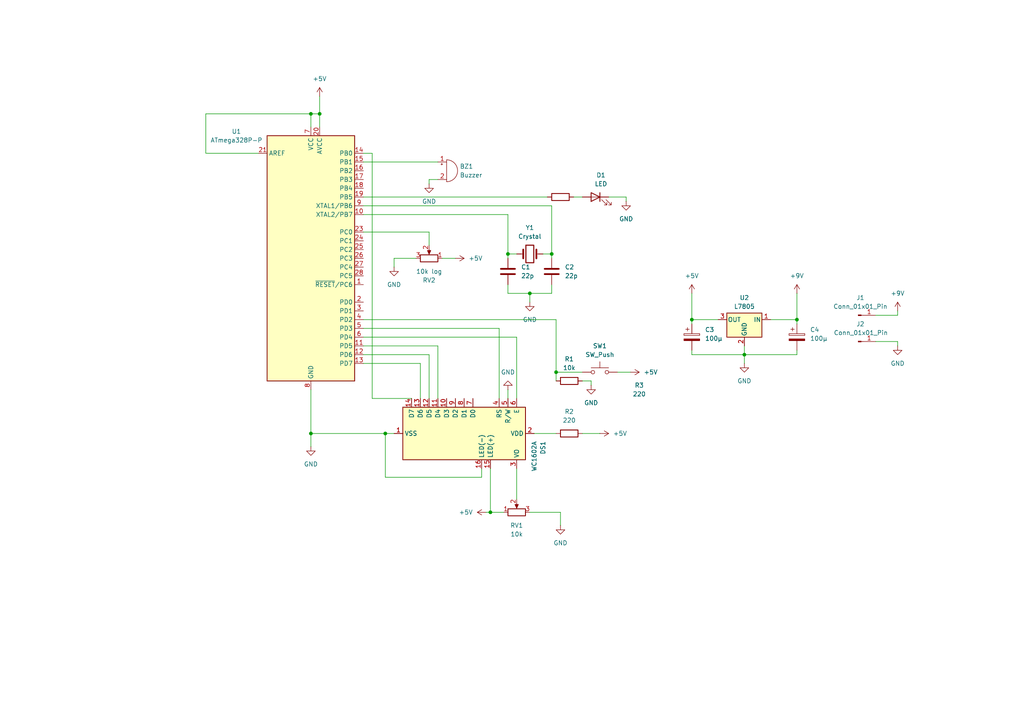
<source format=kicad_sch>
(kicad_sch (version 20250114) (generator "eeschema") (generator_version "9.0")
  (paper "A4")
  (lib_symbols
    (symbol "Connector:Conn_01x01_Pin" (pin_names (offset 1.016) (hide yes))
      (property "Reference" "J" (at 0 2.54 0))
      (property "Value" "Conn_01x01_Pin" (at 0 -2.54 0))
      (symbol "Conn_01x01_Pin_1_1"
        (rectangle (start 0.8636 0.127) (end 0 -0.127) (stroke (width 0.1524)) (fill (type outline)))
        (polyline (pts (xy 1.27 0) (xy 0.8636 0)) (stroke (width 0.1524)))
        (pin passive line (at 5.08 0 180) (length 3.81) (name "Pin_1") (number "1"))
      )
    )
    (symbol "Device:Buzzer" (pin_names (offset 0.0254) (hide yes))
      (property "Reference" "BZ" (at 3.81 1.27 0))
      (property "Value" "Buzzer" (at 3.81 -1.27 0))
      (symbol "Buzzer_0_1"
        (polyline (pts (xy -1.651 1.905) (xy -1.143 1.905)))
        (polyline (pts (xy -1.397 2.159) (xy -1.397 1.651)))
        (arc (start 0 3.175) (mid 3.1612 0) (end 0 -3.175))
        (polyline (pts (xy 0 3.175) (xy 0 -3.175)))
      )
      (symbol "Buzzer_1_1"
        (pin passive line (at -2.54 2.54 0) (length 2.54) (name "+") (number "1"))
        (pin passive line (at -2.54 -2.54 0) (length 2.54) (name "-") (number "2"))
      )
    )
    (symbol "Device:C" (pin_numbers (hide yes)) (pin_names (offset 0.254))
      (property "Reference" "C" (at 0.635 2.54 0))
      (property "Value" "C" (at 0.635 -2.54 0))
      (symbol "C_0_1"
        (polyline (pts (xy -2.032 0.762) (xy 2.032 0.762)) (stroke (width 0.508)))
        (polyline (pts (xy -2.032 -0.762) (xy 2.032 -0.762)) (stroke (width 0.508)))
      )
      (symbol "C_1_1"
        (pin passive line (at 0 3.81 270) (length 2.794) (name "~") (number "1"))
        (pin passive line (at 0 -3.81 90) (length 2.794) (name "~") (number "2"))
      )
    )
    (symbol "Device:C_Polarized" (pin_numbers (hide yes)) (pin_names (offset 0.254))
      (property "Reference" "C" (at 0.635 2.54 0))
      (property "Value" "C_Polarized" (at 0.635 -2.54 0))
      (symbol "C_Polarized_0_1"
        (rectangle (start -2.286 0.508) (end 2.286 1.016))
        (polyline (pts (xy -1.778 2.286) (xy -0.762 2.286)))
        (polyline (pts (xy -1.27 2.794) (xy -1.27 1.778)))
        (rectangle (start 2.286 -0.508) (end -2.286 -1.016) (fill (type outline)))
      )
      (symbol "C_Polarized_1_1"
        (pin passive line (at 0 3.81 270) (length 2.794) (name "~") (number "1"))
        (pin passive line (at 0 -3.81 90) (length 2.794) (name "~") (number "2"))
      )
    )
    (symbol "Device:Crystal" (pin_numbers (hide yes)) (pin_names (offset 1.016) (hide yes))
      (property "Reference" "Y" (at 0 3.81 0))
      (property "Value" "Crystal" (at 0 -3.81 0))
      (symbol "Crystal_0_1"
        (polyline (pts (xy -2.54 0) (xy -1.905 0)))
        (polyline (pts (xy -1.905 -1.27) (xy -1.905 1.27)) (stroke (width 0.508)))
        (rectangle (start -1.143 2.54) (end 1.143 -2.54) (stroke (width 0.3048)))
        (polyline (pts (xy 1.905 -1.27) (xy 1.905 1.27)) (stroke (width 0.508)))
        (polyline (pts (xy 2.54 0) (xy 1.905 0)))
      )
      (symbol "Crystal_1_1"
        (pin passive line (at -3.81 0 0) (length 1.27) (name "1") (number "1"))
        (pin passive line (at 3.81 0 180) (length 1.27) (name "2") (number "2"))
      )
    )
    (symbol "Device:LED" (pin_numbers (hide yes)) (pin_names (offset 1.016) (hide yes))
      (property "Reference" "D" (at 0 2.54 0))
      (property "Value" "LED" (at 0 -2.54 0))
      (symbol "LED_0_1"
        (polyline (pts (xy -3.048 -0.762) (xy -4.572 -2.286) (xy -3.81 -2.286) (xy -4.572 -2.286) (xy -4.572 -1.524)))
        (polyline (pts (xy -1.778 -0.762) (xy -3.302 -2.286) (xy -2.54 -2.286) (xy -3.302 -2.286) (xy -3.302 -1.524)))
        (polyline (pts (xy -1.27 0) (xy 1.27 0)))
        (polyline (pts (xy -1.27 -1.27) (xy -1.27 1.27)) (stroke (width 0.254)))
        (polyline (pts (xy 1.27 -1.27) (xy 1.27 1.27) (xy -1.27 0) (xy 1.27 -1.27)) (stroke (width 0.254)))
      )
      (symbol "LED_1_1"
        (pin passive line (at -3.81 0 0) (length 2.54) (name "K") (number "1"))
        (pin passive line (at 3.81 0 180) (length 2.54) (name "A") (number "2"))
      )
    )
    (symbol "Device:R" (pin_numbers (hide yes)) (pin_names (offset 0))
      (property "Reference" "R" (at 2.032 0 90))
      (property "Value" "R" (at 0 0 90))
      (symbol "R_0_1"
        (rectangle (start -1.016 -2.54) (end 1.016 2.54) (stroke (width 0.254)))
      )
      (symbol "R_1_1"
        (pin passive line (at 0 3.81 270) (length 1.27) (name "~") (number "1"))
        (pin passive line (at 0 -3.81 90) (length 1.27) (name "~") (number "2"))
      )
    )
    (symbol "Device:R_Potentiometer" (pin_names (offset 1.016) (hide yes))
      (property "Reference" "RV" (at -4.445 0 90))
      (property "Value" "R_Potentiometer" (at -2.54 0 90))
      (symbol "R_Potentiometer_0_1"
        (rectangle (start 1.016 2.54) (end -1.016 -2.54) (stroke (width 0.254)))
        (polyline (pts (xy 1.143 0) (xy 2.286 0.508) (xy 2.286 -0.508) (xy 1.143 0)) (fill (type outline)))
        (polyline (pts (xy 2.54 0) (xy 1.524 0)))
      )
      (symbol "R_Potentiometer_1_1"
        (pin passive line (at 0 3.81 270) (length 1.27) (name "1") (number "1"))
        (pin passive line (at 0 -3.81 90) (length 1.27) (name "3") (number "3"))
        (pin passive line (at 3.81 0 180) (length 1.27) (name "2") (number "2"))
      )
    )
    (symbol "Display_Character:WC1602A"
      (property "Reference" "DS" (at -5.842 19.05 0))
      (property "Value" "WC1602A" (at 5.334 19.05 0))
      (symbol "WC1602A_1_1"
        (rectangle (start -7.62 17.78) (end 7.62 -17.78) (stroke (width 0.254)) (fill (type background)))
        (pin input line (at -10.16 15.24 0) (length 2.54) (name "E") (number "6"))
        (pin input line (at -10.16 12.7 0) (length 2.54) (name "R/W") (number "5"))
        (pin input line (at -10.16 10.16 0) (length 2.54) (name "RS") (number "4"))
        (pin input line (at -10.16 2.54 0) (length 2.54) (name "D0") (number "7"))
        (pin input line (at -10.16 0 0) (length 2.54) (name "D1") (number "8"))
        (pin input line (at -10.16 -2.54 0) (length 2.54) (name "D2") (number "9"))
        (pin input line (at -10.16 -5.08 0) (length 2.54) (name "D3") (number "10"))
        (pin input line (at -10.16 -7.62 0) (length 2.54) (name "D4") (number "11"))
        (pin input line (at -10.16 -10.16 0) (length 2.54) (name "D5") (number "12"))
        (pin input line (at -10.16 -12.7 0) (length 2.54) (name "D6") (number "13"))
        (pin input line (at -10.16 -15.24 0) (length 2.54) (name "D7") (number "14"))
        (pin power_in line (at 0 20.32 270) (length 2.54) (name "VDD") (number "2"))
        (pin power_in line (at 0 -20.32 90) (length 2.54) (name "VSS") (number "1"))
        (pin input line (at 10.16 15.24 180) (length 2.54) (name "VO") (number "3"))
        (pin power_in line (at 10.16 7.62 180) (length 2.54) (name "LED(+)") (number "15"))
        (pin power_in line (at 10.16 5.08 180) (length 2.54) (name "LED(-)") (number "16"))
      )
    )
    (symbol "MCU_Microchip_ATmega:ATmega328P-P"
      (property "Reference" "U" (at -12.7 36.83 0))
      (property "Value" "ATmega328P-P" (at 2.54 -36.83 0))
      (symbol "ATmega328P-P_0_1"
        (rectangle (start -12.7 -35.56) (end 12.7 35.56) (stroke (width 0.254)) (fill (type background)))
      )
      (symbol "ATmega328P-P_1_1"
        (pin passive line (at -15.24 30.48 0) (length 2.54) (name "AREF") (number "21"))
        (pin power_in line (at 0 38.1 270) (length 2.54) (name "VCC") (number "7"))
        (pin passive line (at 0 -38.1 90) (length 2.54) (hide yes) (name "GND") (number "22"))
        (pin power_in line (at 0 -38.1 90) (length 2.54) (name "GND") (number "8"))
        (pin power_in line (at 2.54 38.1 270) (length 2.54) (name "AVCC") (number "20"))
        (pin bidirectional line (at 15.24 30.48 180) (length 2.54) (name "PB0") (number "14"))
        (pin bidirectional line (at 15.24 27.94 180) (length 2.54) (name "PB1") (number "15"))
        (pin bidirectional line (at 15.24 25.4 180) (length 2.54) (name "PB2") (number "16"))
        (pin bidirectional line (at 15.24 22.86 180) (length 2.54) (name "PB3") (number "17"))
        (pin bidirectional line (at 15.24 20.32 180) (length 2.54) (name "PB4") (number "18"))
        (pin bidirectional line (at 15.24 17.78 180) (length 2.54) (name "PB5") (number "19"))
        (pin bidirectional line (at 15.24 15.24 180) (length 2.54) (name "XTAL1/PB6") (number "9"))
        (pin bidirectional line (at 15.24 12.7 180) (length 2.54) (name "XTAL2/PB7") (number "10"))
        (pin bidirectional line (at 15.24 7.62 180) (length 2.54) (name "PC0") (number "23"))
        (pin bidirectional line (at 15.24 5.08 180) (length 2.54) (name "PC1") (number "24"))
        (pin bidirectional line (at 15.24 2.54 180) (length 2.54) (name "PC2") (number "25"))
        (pin bidirectional line (at 15.24 0 180) (length 2.54) (name "PC3") (number "26"))
        (pin bidirectional line (at 15.24 -2.54 180) (length 2.54) (name "PC4") (number "27"))
        (pin bidirectional line (at 15.24 -5.08 180) (length 2.54) (name "PC5") (number "28"))
        (pin bidirectional line (at 15.24 -7.62 180) (length 2.54) (name "~{RESET}/PC6") (number "1"))
        (pin bidirectional line (at 15.24 -12.7 180) (length 2.54) (name "PD0") (number "2"))
        (pin bidirectional line (at 15.24 -15.24 180) (length 2.54) (name "PD1") (number "3"))
        (pin bidirectional line (at 15.24 -17.78 180) (length 2.54) (name "PD2") (number "4"))
        (pin bidirectional line (at 15.24 -20.32 180) (length 2.54) (name "PD3") (number "5"))
        (pin bidirectional line (at 15.24 -22.86 180) (length 2.54) (name "PD4") (number "6"))
        (pin bidirectional line (at 15.24 -25.4 180) (length 2.54) (name "PD5") (number "11"))
        (pin bidirectional line (at 15.24 -27.94 180) (length 2.54) (name "PD6") (number "12"))
        (pin bidirectional line (at 15.24 -30.48 180) (length 2.54) (name "PD7") (number "13"))
      )
    )
    (symbol "Regulator_Linear:L7805" (pin_names (offset 0.254))
      (property "Reference" "U" (at -3.81 3.175 0))
      (property "Value" "L7805" (at 0 3.175 0))
      (symbol "L7805_0_1"
        (rectangle (start -5.08 1.905) (end 5.08 -5.08) (stroke (width 0.254)) (fill (type background)))
      )
      (symbol "L7805_1_1"
        (pin power_in line (at -7.62 0 0) (length 2.54) (name "IN") (number "1"))
        (pin power_in line (at 0 -7.62 90) (length 2.54) (name "GND") (number "2"))
        (pin power_out line (at 7.62 0 180) (length 2.54) (name "OUT") (number "3"))
      )
    )
    (symbol "Switch:SW_Push" (pin_numbers (hide yes)) (pin_names (offset 1.016) (hide yes))
      (property "Reference" "SW" (at 1.27 2.54 0))
      (property "Value" "SW_Push" (at 0 -1.524 0))
      (symbol "SW_Push_0_1"
        (circle (center -2.032 0) (radius 0.508))
        (polyline (pts (xy 0 1.27) (xy 0 3.048)))
        (circle (center 2.032 0) (radius 0.508))
        (polyline (pts (xy 2.54 1.27) (xy -2.54 1.27)))
        (pin passive line (at -5.08 0 0) (length 2.54) (name "1") (number "1"))
        (pin passive line (at 5.08 0 180) (length 2.54) (name "2") (number "2"))
      )
    )
    (symbol "power:+5V" (power) (pin_numbers (hide yes)) (pin_names (offset 0) (hide yes))
      (property "Value" "+5V" (at 0 3.556 0))
      (symbol "+5V_0_1"
        (polyline (pts (xy -0.762 1.27) (xy 0 2.54)))
        (polyline (pts (xy 0 2.54) (xy 0.762 1.27)))
        (polyline (pts (xy 0 0) (xy 0 2.54)))
      )
      (symbol "+5V_1_1"
        (pin power_in line (at 0 0 90) (length 0) (name "~") (number "1"))
      )
    )
    (symbol "power:+9V" (power) (pin_numbers (hide yes)) (pin_names (offset 0) (hide yes))
      (property "Value" "+9V" (at 0 3.556 0))
      (symbol "+9V_0_1"
        (polyline (pts (xy -0.762 1.27) (xy 0 2.54)))
        (polyline (pts (xy 0 2.54) (xy 0.762 1.27)))
        (polyline (pts (xy 0 0) (xy 0 2.54)))
      )
      (symbol "+9V_1_1"
        (pin power_in line (at 0 0 90) (length 0) (name "~") (number "1"))
      )
    )
    (symbol "power:GND" (power) (pin_numbers (hide yes)) (pin_names (offset 0) (hide yes))
      (property "Value" "GND" (at 0 -3.81 0))
      (symbol "GND_0_1"
        (polyline (pts (xy 0 0) (xy 0 -1.27) (xy 1.27 -1.27) (xy 0 -2.54) (xy -1.27 -1.27) (xy 0 -1.27)))
      )
      (symbol "GND_1_1"
        (pin power_in line (at 0 0 270) (length 0) (name "~") (number "1"))
      )
    )
  )
  (junction (at 215.9 102.87))
  (junction (at 142.24 148.59))
  (junction (at 161.29 107.95))
  (junction (at 231.14 92.71))
  (junction (at 153.67 85.09))
  (junction (at 160.02 73.66))
  (junction (at 147.32 73.66))
  (junction (at 90.17 33.02))
  (junction (at 111.76 125.73))
  (junction (at 200.66 92.71))
  (junction (at 90.17 125.73))
  (junction (at 92.71 33.02))
  (wire (pts (xy 166.37 57.15) (xy 168.91 57.15)))
  (wire (pts (xy 121.92 105.41) (xy 121.92 115.57)))
  (wire (pts (xy 200.66 92.71) (xy 200.66 93.98)))
  (wire (pts (xy 124.46 102.87) (xy 105.41 102.87)))
  (wire (pts (xy 147.32 62.23) (xy 147.32 73.66)))
  (wire (pts (xy 124.46 52.07) (xy 127 52.07)))
  (wire (pts (xy 153.67 85.09) (xy 160.02 85.09)))
  (wire (pts (xy 161.29 107.95) (xy 161.29 110.49)))
  (wire (pts (xy 254 99.06) (xy 260.35 99.06)))
  (wire (pts (xy 160.02 73.66) (xy 157.48 73.66)))
  (wire (pts (xy 127 100.33) (xy 105.41 100.33)))
  (wire (pts (xy 127 115.57) (xy 127 100.33)))
  (wire (pts (xy 90.17 113.03) (xy 90.17 125.73)))
  (wire (pts (xy 154.94 125.73) (xy 161.29 125.73)))
  (wire (pts (xy 142.24 148.59) (xy 140.97 148.59)))
  (wire (pts (xy 114.3 74.93) (xy 114.3 77.47)))
  (wire (pts (xy 128.27 74.93) (xy 132.08 74.93)))
  (wire (pts (xy 59.69 44.45) (xy 59.69 33.02)))
  (wire (pts (xy 59.69 33.02) (xy 90.17 33.02)))
  (wire (pts (xy 90.17 33.02) (xy 92.71 33.02)))
  (wire (pts (xy 215.9 102.87) (xy 215.9 105.41)))
  (wire (pts (xy 90.17 125.73) (xy 111.76 125.73)))
  (wire (pts (xy 171.45 110.49) (xy 171.45 111.76)))
  (wire (pts (xy 105.41 67.31) (xy 124.46 67.31)))
  (wire (pts (xy 107.95 115.57) (xy 119.38 115.57)))
  (wire (pts (xy 139.7 138.43) (xy 139.7 135.89)))
  (wire (pts (xy 146.05 148.59) (xy 142.24 148.59)))
  (wire (pts (xy 200.66 102.87) (xy 200.66 101.6)))
  (wire (pts (xy 92.71 27.94) (xy 92.71 33.02)))
  (wire (pts (xy 160.02 59.69) (xy 105.41 59.69)))
  (wire (pts (xy 149.86 135.89) (xy 149.86 144.78)))
  (wire (pts (xy 149.86 97.79) (xy 105.41 97.79)))
  (wire (pts (xy 92.71 33.02) (xy 92.71 36.83)))
  (wire (pts (xy 161.29 107.95) (xy 168.91 107.95)))
  (wire (pts (xy 153.67 85.09) (xy 147.32 85.09)))
  (wire (pts (xy 105.41 44.45) (xy 107.95 44.45)))
  (wire (pts (xy 124.46 52.07) (xy 124.46 53.34)))
  (wire (pts (xy 105.41 92.71) (xy 161.29 92.71)))
  (wire (pts (xy 208.28 92.71) (xy 200.66 92.71)))
  (wire (pts (xy 90.17 36.83) (xy 90.17 33.02)))
  (wire (pts (xy 181.61 57.15) (xy 181.61 58.42)))
  (wire (pts (xy 147.32 73.66) (xy 149.86 73.66)))
  (wire (pts (xy 168.91 125.73) (xy 173.99 125.73)))
  (wire (pts (xy 105.41 105.41) (xy 121.92 105.41)))
  (wire (pts (xy 260.35 99.06) (xy 260.35 100.33)))
  (wire (pts (xy 200.66 102.87) (xy 215.9 102.87)))
  (wire (pts (xy 231.14 85.09) (xy 231.14 92.71)))
  (wire (pts (xy 105.41 46.99) (xy 127 46.99)))
  (wire (pts (xy 200.66 85.09) (xy 200.66 92.71)))
  (wire (pts (xy 260.35 91.44) (xy 260.35 90.17)))
  (wire (pts (xy 124.46 102.87) (xy 124.46 115.57)))
  (wire (pts (xy 223.52 92.71) (xy 231.14 92.71)))
  (wire (pts (xy 149.86 115.57) (xy 149.86 97.79)))
  (wire (pts (xy 144.78 115.57) (xy 144.78 95.25)))
  (wire (pts (xy 215.9 100.33) (xy 215.9 102.87)))
  (wire (pts (xy 90.17 125.73) (xy 90.17 129.54)))
  (wire (pts (xy 160.02 59.69) (xy 160.02 73.66)))
  (wire (pts (xy 120.65 74.93) (xy 114.3 74.93)))
  (wire (pts (xy 142.24 135.89) (xy 142.24 148.59)))
  (wire (pts (xy 59.69 44.45) (xy 74.93 44.45)))
  (wire (pts (xy 153.67 148.59) (xy 162.56 148.59)))
  (wire (pts (xy 153.67 85.09) (xy 153.67 87.63)))
  (wire (pts (xy 160.02 73.66) (xy 160.02 74.93)))
  (wire (pts (xy 254 91.44) (xy 260.35 91.44)))
  (wire (pts (xy 147.32 85.09) (xy 147.32 82.55)))
  (wire (pts (xy 105.41 57.15) (xy 158.75 57.15)))
  (wire (pts (xy 171.45 110.49) (xy 168.91 110.49)))
  (wire (pts (xy 147.32 113.03) (xy 147.32 115.57)))
  (wire (pts (xy 179.07 107.95) (xy 182.88 107.95)))
  (wire (pts (xy 162.56 148.59) (xy 162.56 152.4)))
  (wire (pts (xy 231.14 92.71) (xy 231.14 93.98)))
  (wire (pts (xy 144.78 95.25) (xy 105.41 95.25)))
  (wire (pts (xy 160.02 82.55) (xy 160.02 85.09)))
  (wire (pts (xy 215.9 102.87) (xy 231.14 102.87)))
  (wire (pts (xy 111.76 138.43) (xy 111.76 125.73)))
  (wire (pts (xy 111.76 125.73) (xy 114.3 125.73)))
  (wire (pts (xy 124.46 67.31) (xy 124.46 71.12)))
  (wire (pts (xy 231.14 102.87) (xy 231.14 101.6)))
  (wire (pts (xy 107.95 44.45) (xy 107.95 115.57)))
  (wire (pts (xy 105.41 62.23) (xy 147.32 62.23)))
  (wire (pts (xy 176.53 57.15) (xy 181.61 57.15)))
  (wire (pts (xy 139.7 138.43) (xy 111.76 138.43)))
  (wire (pts (xy 147.32 73.66) (xy 147.32 74.93)))
  (wire (pts (xy 161.29 92.71) (xy 161.29 107.95)))
  (symbol (lib_id "Device:R") (at 165.1 110.49 90) (unit 1)
    (property "Reference" "R1" (at 165.1 104.14 90))
    (property "Value" "10k" (at 165.1 106.68 90))
    (property "Footprint" "Resistor_THT:R_Axial_DIN0207_L6.3mm_D2.5mm_P7.62mm_Horizontal" (effects (hide yes)))
    (property "Description" "Resistor" (effects (hide yes)))
  )
  (symbol (lib_id "power:GND") (at 260.35 100.33 0) (unit 1)
    (property "Reference" "#PWR018" (effects (hide yes)))
    (property "Value" "GND" (at 260.35 105.41 0))
    (property "Description" "Power symbol creates a global label with name \"GND\" , ground" (effects (hide yes)))
  )
  (symbol (lib_id "Device:C") (at 160.02 78.74 0) (unit 1)
    (property "Reference" "C2" (at 163.83 77.4699 0) (effects (justify left)))
    (property "Value" "22p" (at 163.83 80.0099 0) (effects (justify left)))
    (property "Footprint" "Capacitor_THT:C_Disc_D5.0mm_W2.5mm_P5.00mm" (effects (hide yes)))
    (property "Description" "Unpolarized capacitor" (effects (hide yes)))
  )
  (symbol (lib_id "power:+5V") (at 92.71 27.94 0) (unit 1)
    (property "Reference" "#PWR07" (effects (hide yes)))
    (property "Value" "+5V" (at 92.71 22.86 0))
    (property "Description" "Power symbol creates a global label with name \"+5V\"" (effects (hide yes)))
  )
  (symbol (lib_id "Device:R_Potentiometer") (at 149.86 148.59 90) (unit 1)
    (property "Reference" "RV1" (at 149.86 152.4 90))
    (property "Value" "10k" (at 149.86 154.94 90))
    (property "Footprint" "Potentiometer_THT:Potentiometer_ACP_CA9-V10_Vertical" (effects (hide yes)))
    (property "Description" "Potentiometer" (effects (hide yes)))
  )
  (symbol (lib_id "Connector:Conn_01x01_Pin") (at 248.92 91.44 0) (unit 1)
    (property "Reference" "J1" (at 249.555 86.36 0))
    (property "Value" "Conn_01x01_Pin" (at 249.555 88.9 0))
    (property "Footprint" "Connector_Wire:SolderWire-0.1sqmm_1x01_D0.4mm_OD1mm" (effects (hide yes)))
    (property "Description" "Generic connector, single row, 01x01, script generated" (effects (hide yes)))
  )
  (symbol (lib_id "Device:Buzzer") (at 129.54 49.53 0) (unit 1)
    (property "Reference" "BZ1" (at 133.35 48.2599 0) (effects (justify left)))
    (property "Value" "Buzzer" (at 133.35 50.7999 0) (effects (justify left)))
    (property "Footprint" "Buzzer_Beeper:Buzzer_12x9.5RM7.6" (effects (hide yes)))
    (property "Description" "Buzzer, polarized" (effects (hide yes)))
  )
  (symbol (lib_id "power:GND") (at 181.61 58.42 0) (unit 1)
    (property "Reference" "#PWR013" (effects (hide yes)))
    (property "Value" "GND" (at 181.61 63.5 0))
    (property "Description" "Power symbol creates a global label with name \"GND\" , ground" (effects (hide yes)))
  )
  (symbol (lib_id "power:+5V") (at 173.99 125.73 270) (mirror x) (unit 1)
    (property "Reference" "#PWR012" (effects (hide yes)))
    (property "Value" "+5V" (at 177.8 125.7299 90) (effects (justify left)))
    (property "Description" "Power symbol creates a global label with name \"+5V\"" (effects (hide yes)))
  )
  (symbol (lib_id "power:GND") (at 153.67 87.63 0) (unit 1)
    (property "Reference" "#PWR02" (effects (hide yes)))
    (property "Value" "GND" (at 153.67 92.71 0))
    (property "Description" "Power symbol creates a global label with name \"GND\" , ground" (effects (hide yes)))
  )
  (symbol (lib_id "power:GND") (at 171.45 111.76 0) (unit 1)
    (property "Reference" "#PWR03" (effects (hide yes)))
    (property "Value" "GND" (at 171.45 116.84 0))
    (property "Description" "Power symbol creates a global label with name \"GND\" , ground" (effects (hide yes)))
  )
  (symbol (lib_id "power:+5V") (at 132.08 74.93 270) (mirror x) (unit 1)
    (property "Reference" "#PWR010" (effects (hide yes)))
    (property "Value" "+5V" (at 135.89 74.9299 90) (effects (justify left)))
    (property "Description" "Power symbol creates a global label with name \"+5V\"" (effects (hide yes)))
  )
  (symbol (lib_id "Device:R") (at 162.56 57.15 90) (unit 1)
    (property "Reference" "R3" (at 185.42 111.76 90))
    (property "Value" "220" (at 185.42 114.3 90))
    (property "Footprint" "Resistor_THT:R_Axial_DIN0207_L6.3mm_D2.5mm_P7.62mm_Horizontal" (effects (hide yes)))
    (property "Description" "Resistor" (effects (hide yes)))
  )
  (symbol (lib_id "power:+5V") (at 182.88 107.95 270) (unit 1)
    (property "Reference" "#PWR06" (effects (hide yes)))
    (property "Value" "+5V" (at 186.69 107.9499 90) (effects (justify left)))
    (property "Description" "Power symbol creates a global label with name \"+5V\"" (effects (hide yes)))
  )
  (symbol (lib_id "Device:R") (at 165.1 125.73 90) (unit 1)
    (property "Reference" "R2" (at 165.1 119.38 90))
    (property "Value" "220" (at 165.1 121.92 90))
    (property "Footprint" "Resistor_THT:R_Axial_DIN0207_L6.3mm_D2.5mm_P7.62mm_Horizontal" (effects (hide yes)))
    (property "Description" "Resistor" (effects (hide yes)))
  )
  (symbol (lib_id "Switch:SW_Push") (at 173.99 107.95 0) (unit 1)
    (property "Reference" "SW1" (at 173.99 100.33 0))
    (property "Value" "SW_Push" (at 173.99 102.87 0))
    (property "Footprint" "Connector_PinSocket_2.54mm:PinSocket_1x02_P2.54mm_Vertical" (effects (hide yes)))
    (property "Description" "Push button switch, generic, two pins" (effects (hide yes)))
  )
  (symbol (lib_id "Regulator_Linear:L7805") (at 215.9 92.71 0) (mirror y) (unit 1)
    (property "Reference" "U2" (at 215.9 86.36 0))
    (property "Value" "L7805" (at 215.9 88.9 0))
    (property "Footprint" "Package_TO_SOT_THT:TO-220-3_Vertical" (effects (hide yes)))
    (property "Datasheet" "http://www.st.com/content/ccc/resource/technical/document/datasheet/41/4f/b3/b0/12/d4/47/88/CD00000444.pdf/files/CD00000444.pdf/jcr:content/translations/en.CD00000444.pdf" (effects (hide yes)))
    (property "Description" "Positive 1.5A 35V Linear Regulator, Fixed Output 5V, TO-220/TO-263/TO-252" (effects (hide yes)))
  )
  (symbol (lib_id "power:+5V") (at 140.97 148.59 90) (unit 1)
    (property "Reference" "#PWR09" (effects (hide yes)))
    (property "Value" "+5V" (at 137.16 148.5899 90) (effects (justify left)))
    (property "Description" "Power symbol creates a global label with name \"+5V\"" (effects (hide yes)))
  )
  (symbol (lib_id "power:GND") (at 162.56 152.4 0) (unit 1)
    (property "Reference" "#PWR08" (effects (hide yes)))
    (property "Value" "GND" (at 162.56 157.48 0))
    (property "Description" "Power symbol creates a global label with name \"GND\" , ground" (effects (hide yes)))
  )
  (symbol (lib_id "Device:C") (at 147.32 78.74 0) (unit 1)
    (property "Reference" "C1" (at 151.13 77.4699 0) (effects (justify left)))
    (property "Value" "22p" (at 151.13 80.0099 0) (effects (justify left)))
    (property "Footprint" "Capacitor_THT:C_Disc_D5.0mm_W2.5mm_P5.00mm" (effects (hide yes)))
    (property "Description" "Unpolarized capacitor" (effects (hide yes)))
  )
  (symbol (lib_id "MCU_Microchip_ATmega:ATmega328P-P") (at 90.17 74.93 0) (unit 1)
    (property "Reference" "U1" (at 68.58 38.1314 0))
    (property "Value" "ATmega328P-P" (at 68.58 40.6714 0))
    (property "Footprint" "Package_DIP:DIP-28_W7.62mm" (effects (hide yes)))
    (property "Datasheet" "http://ww1.microchip.com/downloads/en/DeviceDoc/ATmega328_P%20AVR%20MCU%20with%20picoPower%20Technology%20Data%20Sheet%2040001984A.pdf" (effects (hide yes)))
    (property "Description" "20MHz, 32kB Flash, 2kB SRAM, 1kB EEPROM, DIP-28" (effects (hide yes)))
  )
  (symbol (lib_id "power:+5V") (at 200.66 85.09 0) (unit 1)
    (property "Reference" "#PWR016" (effects (hide yes)))
    (property "Value" "+5V" (at 200.66 80.01 0))
    (property "Description" "Power symbol creates a global label with name \"+5V\"" (effects (hide yes)))
  )
  (symbol (lib_id "power:GND") (at 124.46 53.34 0) (unit 1)
    (property "Reference" "#PWR01" (effects (hide yes)))
    (property "Value" "GND" (at 124.46 58.42 0))
    (property "Description" "Power symbol creates a global label with name \"GND\" , ground" (effects (hide yes)))
  )
  (symbol (lib_id "power:GND") (at 147.32 113.03 180) (unit 1)
    (property "Reference" "#PWR04" (effects (hide yes)))
    (property "Value" "GND" (at 147.32 107.95 0))
    (property "Description" "Power symbol creates a global label with name \"GND\" , ground" (effects (hide yes)))
  )
  (symbol (lib_id "Device:C_Polarized") (at 200.66 97.79 0) (unit 1)
    (property "Reference" "C3" (at 204.47 95.6309 0) (effects (justify left)))
    (property "Value" "100µ" (at 204.47 98.1709 0) (effects (justify left)))
    (property "Footprint" "Capacitor_THT:CP_Radial_D6.3mm_P2.50mm" (effects (hide yes)))
    (property "Description" "Polarized capacitor" (effects (hide yes)))
  )
  (symbol (lib_id "power:+9V") (at 260.35 90.17 0) (unit 1)
    (property "Reference" "#PWR017" (effects (hide yes)))
    (property "Value" "+9V" (at 260.35 85.09 0))
    (property "Description" "Power symbol creates a global label with name \"+9V\"" (effects (hide yes)))
  )
  (symbol (lib_id "Device:R_Potentiometer") (at 124.46 74.93 270) (mirror x) (unit 1)
    (property "Reference" "RV2" (at 124.46 81.28 90))
    (property "Value" "10k log" (at 124.46 78.74 90))
    (property "Footprint" "Connector_PinSocket_2.54mm:PinSocket_1x03_P2.54mm_Vertical" (effects (hide yes)))
    (property "Description" "Potentiometer" (effects (hide yes)))
  )
  (symbol (lib_id "power:GND") (at 90.17 129.54 0) (unit 1)
    (property "Reference" "#PWR05" (effects (hide yes)))
    (property "Value" "GND" (at 90.17 134.62 0))
    (property "Description" "Power symbol creates a global label with name \"GND\" , ground" (effects (hide yes)))
  )
  (symbol (lib_id "Device:C_Polarized") (at 231.14 97.79 0) (unit 1)
    (property "Reference" "C4" (at 234.95 95.6309 0) (effects (justify left)))
    (property "Value" "100µ" (at 234.95 98.1709 0) (effects (justify left)))
    (property "Footprint" "Capacitor_THT:CP_Radial_D6.3mm_P2.50mm" (effects (hide yes)))
    (property "Description" "Polarized capacitor" (effects (hide yes)))
  )
  (symbol (lib_id "Device:LED") (at 172.72 57.15 0) (mirror y) (unit 1)
    (property "Reference" "D1" (at 174.3075 50.8 0))
    (property "Value" "LED" (at 174.3075 53.34 0))
    (property "Footprint" "LED_THT:LED_D5.0mm" (effects (hide yes)))
    (property "Description" "Light emitting diode" (effects (hide yes)))
  )
  (symbol (lib_id "Device:Crystal") (at 153.67 73.66 0) (unit 1)
    (property "Reference" "Y1" (at 153.67 66.04 0))
    (property "Value" "Crystal" (at 153.67 68.58 0))
    (property "Footprint" "Crystal:Crystal_HC49-U_Vertical" (effects (hide yes)))
    (property "Description" "Two pin crystal" (effects (hide yes)))
  )
  (symbol (lib_id "power:GND") (at 114.3 77.47 0) (unit 1)
    (property "Reference" "#PWR011" (effects (hide yes)))
    (property "Value" "GND" (at 114.3 82.55 0))
    (property "Description" "Power symbol creates a global label with name \"GND\" , ground" (effects (hide yes)))
  )
  (symbol (lib_id "Display_Character:WC1602A") (at 134.62 125.73 270) (unit 1)
    (property "Reference" "DS1" (at 157.48 127.9241 0) (effects (justify left)))
    (property "Value" "WC1602A" (at 154.94 127.9241 0) (effects (justify left)))
    (property "Footprint" "Connector_PinSocket_2.54mm:PinSocket_1x16_P2.54mm_Vertical" (effects (hide yes)))
    (property "Datasheet" "http://www.wincomlcd.com/pdf/WC1602A-SFYLYHTC06.pdf" (effects (hide yes)))
    (property "Description" "LCD 16x2 Alphanumeric , 8 bit parallel bus, 5V VDD" (effects (hide yes)))
  )
  (symbol (lib_id "Connector:Conn_01x01_Pin") (at 248.92 99.06 0) (unit 1)
    (property "Reference" "J2" (at 249.555 93.98 0))
    (property "Value" "Conn_01x01_Pin" (at 249.682 96.52 0))
    (property "Footprint" "Connector_Wire:SolderWire-0.1sqmm_1x01_D0.4mm_OD1mm" (effects (hide yes)))
    (property "Description" "Generic connector, single row, 01x01, script generated" (effects (hide yes)))
  )
  (symbol (lib_id "power:+9V") (at 231.14 85.09 0) (unit 1)
    (property "Reference" "#PWR014" (effects (hide yes)))
    (property "Value" "+9V" (at 231.14 80.01 0))
    (property "Description" "Power symbol creates a global label with name \"+9V\"" (effects (hide yes)))
  )
  (symbol (lib_id "power:GND") (at 215.9 105.41 0) (unit 1)
    (property "Reference" "#PWR015" (effects (hide yes)))
    (property "Value" "GND" (at 215.9 110.49 0))
    (property "Description" "Power symbol creates a global label with name \"GND\" , ground" (effects (hide yes)))
  )
)
</source>
